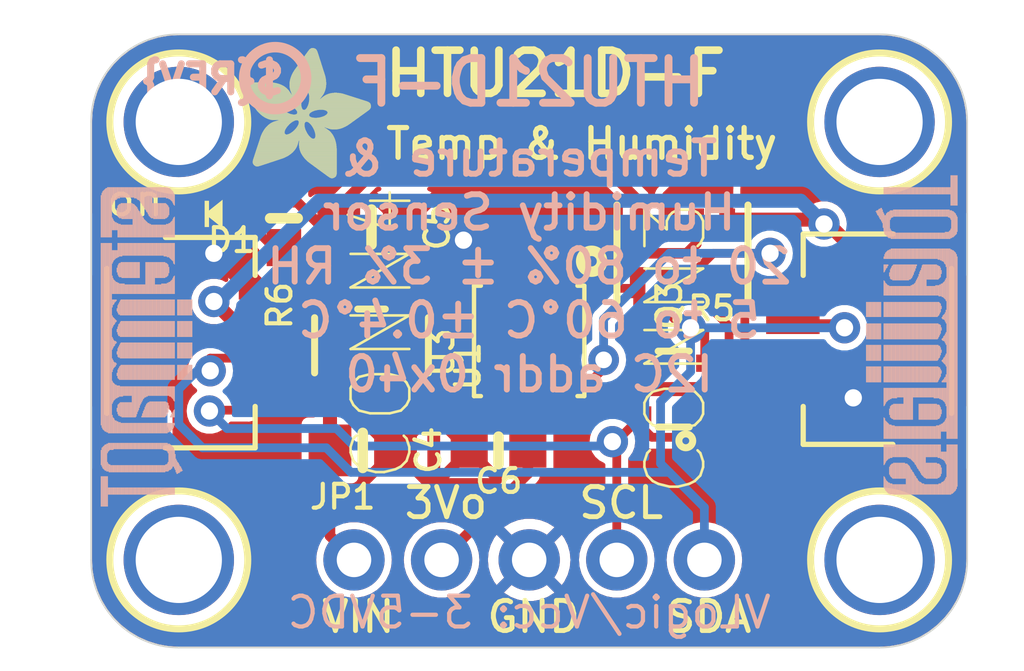
<source format=kicad_pcb>
(kicad_pcb (version 20221018) (generator pcbnew)
  (layers (0 "F.Cu" signal) (31 "B.Cu" signal) (34 "B.Paste" user) (35 "F.Paste" user) (36 "B.SilkS" user "B.Silkscreen") (37 "F.SilkS" user "F.Silkscreen") (38 "B.Mask" user) (39 "F.Mask" user) (44 "Edge.Cuts" user))
  (net 0 "")
  (net 1 "SDA")
  (net 2 "SCL")
  (net 3 "GND")
  (net 4 "SCL_3V")
  (net 5 "SDA_3V")
  (net 6 "3.3V")
  (net 7 "VCC")
  (net 8 "N$1")
  (footprint "working:JST_SH4" (layer "F.Cu") (at 158.6611 105.0036 90)
    (fp_text reference "CONN3" (at -4.6 -5.9 90) (layer "F.SilkS") (effects (font (size 1.703222 1.703222) (thickness 0.074778)) (justify left)))
    (fp_text value "STEMMA_I2C_QT" hide)
    (pad "1" smd rect (at -1.5 -2.514 180) (size 1.55 0.6) (layers "F.Cu" "F.Paste" "F.Mask") (net 3 "GND"))
    (pad "2" smd rect (at -0.5 -2.514 180) (size 1.55 0.6) (layers "F.Cu" "F.Paste" "F.Mask") (net 7 "VCC"))
    (pad "3" smd rect (at 0.5 -2.514 180) (size 1.55 0.6) (layers "F.Cu" "F.Paste" "F.Mask") (net 1 "SDA"))
    (pad "4" smd rect (at 1.5 -2.514 180) (size 1.55 0.6) (layers "F.Cu" "F.Paste" "F.Mask") (net 2 "SCL"))
    (pad "MT1" smd rect (at -2.8 1.386 180) (size 1.8 1.2) (layers "F.Cu" "F.Paste" "F.Mask") (net 3 "GND"))
    (pad "MT2" smd rect (at 2.8 1.386 180) (size 1.8 1.2) (layers "F.Cu" "F.Paste" "F.Mask") (net 3 "GND"))
  )
  (footprint "working:0805-NO" (layer "F.Cu") (at 143.9291 101.7016)
    (fp_text reference "C5" (at 1.905 -0.762 90) (layer "F.SilkS") (effects (font (size 0.692831 0.692831) (thickness 0.119969)) (justify right)))
    (fp_text value "10uF")
    (pad "1" smd rect (at -0.95 0) (size 1.24 1.5) (layers "F.Cu" "F.Paste" "F.Mask") (net 6 "3.3V"))
    (pad "2" smd rect (at 0.95 0) (size 1.24 1.5) (layers "F.Cu" "F.Paste" "F.Mask") (net 3 "GND"))
  )
  (footprint "working:1X05_ROUND_70" (layer "F.Cu") (at 148.5011 111.3536)
    (fp_text reference "JP1" (at -6.4262 -1.8288) (layer "F.SilkS") (effects (font (size 0.692831 0.692831) (thickness 0.119969)) (justify left)))
    (fp_text value "")
    (pad "1" thru_hole circle (at -5.08 0 90) (size 1.778 1.778) (drill 1) (layers "*.Cu" "*.Mask") (net 7 "VCC"))
    (pad "2" thru_hole circle (at -2.54 0 90) (size 1.778 1.778) (drill 1) (layers "*.Cu" "*.Mask") (net 6 "3.3V"))
    (pad "3" thru_hole circle (at 0 0 90) (size 1.778 1.778) (drill 1) (layers "*.Cu" "*.Mask") (net 3 "GND"))
    (pad "4" thru_hole circle (at 2.54 0 90) (size 1.778 1.778) (drill 1) (layers "*.Cu" "*.Mask") (net 2 "SCL"))
    (pad "5" thru_hole circle (at 5.08 0 90) (size 1.778 1.778) (drill 1) (layers "*.Cu" "*.Mask") (net 1 "SDA"))
  )
  (footprint "working:RESPACK_4X0603" (layer "F.Cu") (at 152.9461 102.4636 180)
    (fp_text reference "R5" (at -1.6 -1.6) (layer "F.SilkS") (effects (font (size 0.692831 0.692831) (thickness 0.119969)) (justify right)))
    (fp_text value "10K")
    (pad "1" smd rect (at -1.3 0.85 180) (size 0.45 0.9) (layers "F.Cu" "F.Paste" "F.Mask") (net 7 "VCC"))
    (pad "2" smd rect (at -0.4 0.85 180) (size 0.45 0.9) (layers "F.Cu" "F.Paste" "F.Mask") (net 6 "3.3V"))
    (pad "3" smd rect (at 0.4 0.85 180) (size 0.45 0.9) (layers "F.Cu" "F.Paste" "F.Mask") (net 7 "VCC"))
    (pad "4" smd rect (at 1.3 0.85 180) (size 0.45 0.9) (layers "F.Cu" "F.Paste" "F.Mask") (net 6 "3.3V"))
    (pad "5" smd rect (at 1.3 -0.85 180) (size 0.45 0.9) (layers "F.Cu" "F.Paste" "F.Mask") (net 5 "SDA_3V"))
    (pad "6" smd rect (at 0.4 -0.85 180) (size 0.45 0.9) (layers "F.Cu" "F.Paste" "F.Mask") (net 1 "SDA"))
    (pad "7" smd rect (at -0.4 -0.85 180) (size 0.45 0.9) (layers "F.Cu" "F.Paste" "F.Mask") (net 4 "SCL_3V"))
    (pad "8" smd rect (at -1.3 -0.85 180) (size 0.45 0.9) (layers "F.Cu" "F.Paste" "F.Mask") (net 2 "SCL"))
  )
  (footprint "working:CHIPLED_0603_NOOUTLINE" (layer "F.Cu") (at 139.3571 101.3206 90)
    (fp_text reference "D1" (at -0.762 1.27) (layer "F.SilkS") (effects (font (size 0.692831 0.692831) (thickness 0.119969)) (justify right)))
    (fp_text value "GREEN")
    (pad "A" smd rect (at 0 0.75 90) (size 0.8 0.8) (layers "F.Cu" "F.Paste" "F.Mask") (net 8 "N$1"))
    (pad "C" smd rect (at 0 -0.75 90) (size 0.8 0.8) (layers "F.Cu" "F.Paste" "F.Mask") (net 3 "GND"))
  )
  (footprint "working:JST_SH4" (layer "F.Cu") (at 138.3411 105.0036 -90)
    (fp_text reference "CONN4" (at -4.6 -5.9 90) (layer "F.SilkS") (effects (font (size 1.703222 1.703222) (thickness 0.074778)) (justify right)))
    (fp_text value "STEMMA_I2C_QT" hide)
    (pad "1" smd rect (at -1.5 -2.514) (size 1.55 0.6) (layers "F.Cu" "F.Paste" "F.Mask") (net 3 "GND"))
    (pad "2" smd rect (at -0.5 -2.514) (size 1.55 0.6) (layers "F.Cu" "F.Paste" "F.Mask") (net 7 "VCC"))
    (pad "3" smd rect (at 0.5 -2.514) (size 1.55 0.6) (layers "F.Cu" "F.Paste" "F.Mask") (net 1 "SDA"))
    (pad "4" smd rect (at 1.5 -2.514) (size 1.55 0.6) (layers "F.Cu" "F.Paste" "F.Mask") (net 2 "SCL"))
    (pad "MT1" smd rect (at -2.8 1.386) (size 1.8 1.2) (layers "F.Cu" "F.Paste" "F.Mask") (net 3 "GND"))
    (pad "MT2" smd rect (at 2.8 1.386) (size 1.8 1.2) (layers "F.Cu" "F.Paste" "F.Mask") (net 3 "GND"))
  )
  (footprint "working:FIDUCIAL_1MM" (layer "F.Cu") (at 140.8811 109.3216)
    (fp_text reference "FID3" hide)
    (fp_text value "FIDUCIAL_1MM" hide)
    (pad "1" smd roundrect (at 0 0) (size 1 1) (layers "F.Cu" "F.Mask") (roundrect_rratio 0.5))
  )
  (footprint "working:0603-NO" (layer "F.Cu") (at 141.3891 101.4476 -90)
    (fp_text reference "R6" (at 1.778 0.127 90) (layer "F.SilkS") (effects (font (size 0.692831 0.692831) (thickness 0.119969)) (justify right)))
    (fp_text value "10K")
    (pad "1" smd rect (at -0.85 0 270) (size 1.075 1) (layers "F.Cu" "F.Paste" "F.Mask") (net 6 "3.3V"))
    (pad "2" smd rect (at 0.85 0 270) (size 1.075 1) (layers "F.Cu" "F.Paste" "F.Mask") (net 8 "N$1"))
  )
  (footprint "working:MOUNTINGHOLE_2.5_PLATED" (layer "F.Cu") (at 158.6611 111.3536)
    (fp_text reference "U$25" hide)
    (fp_text value "MOUNTINGHOLE2.5" hide)
    (pad "P$1" thru_hole circle (at 0 0) (size 3.2 3.2) (drill 2.5) (layers "*.Cu" "*.Mask"))
    (zone (net 0) (net_name "") (layer "F.Cu") (connect_pads (clearance 0)) (min_thickness 0.25)
      (keepout (tracks not_allowed) (vias not_allowed) (pads not_allowed) (copperpour not_allowed) (footprints allowed))
      (fill (thermal_gap 0.5) (thermal_bridge_width 0.5))
      (polygon (pts (xy 160.6771 111.3536) (xy 160.65748 111.073027) (xy 160.599004 110.797915) (xy 160.502808 110.533619) (xy 160.370765 110.285283) (xy 160.205446 110.05774) (xy 160.010067 109.85542) (xy 159.788433 109.68226) (xy 159.544856 109.541631) (xy 159.284078 109.43627) (xy 159.011175 109.368228) (xy 158.731457 109.338828) (xy 158.450371 109.348644) (xy 158.173385 109.397484) (xy 157.905893 109.484397) (xy 157.6531 109.607693) (xy 157.419926 109.76497) (xy 157.210911 109.953169) (xy 157.030122 110.168625) (xy 156.881078 110.407145) (xy 156.76668 110.664087) (xy 156.689154 110.93445) (xy 156.650011 111.212971) (xy 156.650011 111.494229) (xy 156.689154 111.77275) (xy 156.76668 112.043113) (xy 156.881078 112.300055) (xy 157.030122 112.538575) (xy 157.210911 112.754031) (xy 157.419926 112.94223) (xy 157.6531 113.099507) (xy 157.905893 113.222803) (xy 158.173385 113.309716) (xy 158.450371 113.358556) (xy 158.731457 113.368372) (xy 159.011175 113.338972) (xy 159.284078 113.27093) (xy 159.544856 113.165569) (xy 159.788433 113.02494) (xy 160.010067 112.85178) (xy 160.205446 112.64946) (xy 160.370765 112.421917) (xy 160.502808 112.173581) (xy 160.599004 111.909285) (xy 160.65748 111.634173)))
      (polygon (pts (xy 158.6451 111.3536) (xy 158.649786 111.364914) (xy 158.6611 111.3696) (xy 158.672414 111.364914) (xy 158.6771 111.3536) (xy 158.672414 111.342286) (xy 158.6611 111.3376) (xy 158.649786 111.342286)))
    )
    (zone (net 0) (net_name "") (layer "B.Cu") (connect_pads (clearance 0)) (min_thickness 0.25)
      (keepout (tracks not_allowed) (vias not_allowed) (pads not_allowed) (copperpour not_allowed) (footprints allowed))
      (fill (thermal_gap 0.5) (thermal_bridge_width 0.5))
      (polygon (pts (xy 160.6771 111.3536) (xy 160.65748 111.073027) (xy 160.599004 110.797915) (xy 160.502808 110.533619) (xy 160.370765 110.285283) (xy 160.205446 110.05774) (xy 160.010067 109.85542) (xy 159.788433 109.68226) (xy 159.544856 109.541631) (xy 159.284078 109.43627) (xy 159.011175 109.368228) (xy 158.731457 109.338828) (xy 158.450371 109.348644) (xy 158.173385 109.397484) (xy 157.905893 109.484397) (xy 157.6531 109.607693) (xy 157.419926 109.76497) (xy 157.210911 109.953169) (xy 157.030122 110.168625) (xy 156.881078 110.407145) (xy 156.76668 110.664087) (xy 156.689154 110.93445) (xy 156.650011 111.212971) (xy 156.650011 111.494229) (xy 156.689154 111.77275) (xy 156.76668 112.043113) (xy 156.881078 112.300055) (xy 157.030122 112.538575) (xy 157.210911 112.754031) (xy 157.419926 112.94223) (xy 157.6531 113.099507) (xy 157.905893 113.222803) (xy 158.173385 113.309716) (xy 158.450371 113.358556) (xy 158.731457 113.368372) (xy 159.011175 113.338972) (xy 159.284078 113.27093) (xy 159.544856 113.165569) (xy 159.788433 113.02494) (xy 160.010067 112.85178) (xy 160.205446 112.64946) (xy 160.370765 112.421917) (xy 160.502808 112.173581) (xy 160.599004 111.909285) (xy 160.65748 111.634173)))
      (polygon (pts (xy 158.6451 111.3536) (xy 158.649786 111.364914) (xy 158.6611 111.3696) (xy 158.672414 111.364914) (xy 158.6771 111.3536) (xy 158.672414 111.342286) (xy 158.6611 111.3376) (xy 158.649786 111.342286)))
    )
  )
  (footprint "working:ADAFRUIT_3.5MM" (layer "F.Cu") (at 140.1191 100.3046)
    (fp_text reference "U$28" hide)
    (fp_text value "" hide)
  )
  (footprint "working:MOUNTINGHOLE_2.5_PLATED" (layer "F.Cu") (at 138.3411 111.3536)
    (fp_text reference "U$22" hide)
    (fp_text value "MOUNTINGHOLE2.5" hide)
    (pad "P$1" thru_hole circle (at 0 0) (size 3.2 3.2) (drill 2.5) (layers "*.Cu" "*.Mask"))
    (zone (net 0) (net_name "") (layer "F.Cu") (connect_pads (clearance 0)) (min_thickness 0.25)
      (keepout (tracks not_allowed) (vias not_allowed) (pads not_allowed) (copperpour not_allowed) (footprints allowed))
      (fill (thermal_gap 0.5) (thermal_bridge_width 0.5))
      (polygon (pts (xy 140.3571 111.3536) (xy 140.33748 111.073027) (xy 140.279004 110.797915) (xy 140.182808 110.533619) (xy 140.050765 110.285283) (xy 139.885446 110.05774) (xy 139.690067 109.85542) (xy 139.468433 109.68226) (xy 139.224856 109.541631) (xy 138.964078 109.43627) (xy 138.691175 109.368228) (xy 138.411457 109.338828) (xy 138.130371 109.348644) (xy 137.853385 109.397484) (xy 137.585893 109.484397) (xy 137.3331 109.607693) (xy 137.099926 109.76497) (xy 136.890911 109.953169) (xy 136.710122 110.168625) (xy 136.561078 110.407145) (xy 136.44668 110.664087) (xy 136.369154 110.93445) (xy 136.330011 111.212971) (xy 136.330011 111.494229) (xy 136.369154 111.77275) (xy 136.44668 112.043113) (xy 136.561078 112.300055) (xy 136.710122 112.538575) (xy 136.890911 112.754031) (xy 137.099926 112.94223) (xy 137.3331 113.099507) (xy 137.585893 113.222803) (xy 137.853385 113.309716) (xy 138.130371 113.358556) (xy 138.411457 113.368372) (xy 138.691175 113.338972) (xy 138.964078 113.27093) (xy 139.224856 113.165569) (xy 139.468433 113.02494) (xy 139.690067 112.85178) (xy 139.885446 112.64946) (xy 140.050765 112.421917) (xy 140.182808 112.173581) (xy 140.279004 111.909285) (xy 140.33748 111.634173)))
      (polygon (pts (xy 138.3251 111.3536) (xy 138.329786 111.364914) (xy 138.3411 111.3696) (xy 138.352414 111.364914) (xy 138.3571 111.3536) (xy 138.352414 111.342286) (xy 138.3411 111.3376) (xy 138.329786 111.342286)))
    )
    (zone (net 0) (net_name "") (layer "B.Cu") (connect_pads (clearance 0)) (min_thickness 0.25)
      (keepout (tracks not_allowed) (vias not_allowed) (pads not_allowed) (copperpour not_allowed) (footprints allowed))
      (fill (thermal_gap 0.5) (thermal_bridge_width 0.5))
      (polygon (pts (xy 140.3571 111.3536) (xy 140.33748 111.073027) (xy 140.279004 110.797915) (xy 140.182808 110.533619) (xy 140.050765 110.285283) (xy 139.885446 110.05774) (xy 139.690067 109.85542) (xy 139.468433 109.68226) (xy 139.224856 109.541631) (xy 138.964078 109.43627) (xy 138.691175 109.368228) (xy 138.411457 109.338828) (xy 138.130371 109.348644) (xy 137.853385 109.397484) (xy 137.585893 109.484397) (xy 137.3331 109.607693) (xy 137.099926 109.76497) (xy 136.890911 109.953169) (xy 136.710122 110.168625) (xy 136.561078 110.407145) (xy 136.44668 110.664087) (xy 136.369154 110.93445) (xy 136.330011 111.212971) (xy 136.330011 111.494229) (xy 136.369154 111.77275) (xy 136.44668 112.043113) (xy 136.561078 112.300055) (xy 136.710122 112.538575) (xy 136.890911 112.754031) (xy 137.099926 112.94223) (xy 137.3331 113.099507) (xy 137.585893 113.222803) (xy 137.853385 113.309716) (xy 138.130371 113.358556) (xy 138.411457 113.368372) (xy 138.691175 113.338972) (xy 138.964078 113.27093) (xy 139.224856 113.165569) (xy 139.468433 113.02494) (xy 139.690067 112.85178) (xy 139.885446 112.64946) (xy 140.050765 112.421917) (xy 140.182808 112.173581) (xy 140.279004 111.909285) (xy 140.33748 111.634173)))
      (polygon (pts (xy 138.3251 111.3536) (xy 138.329786 111.364914) (xy 138.3411 111.3696) (xy 138.352414 111.364914) (xy 138.3571 111.3536) (xy 138.352414 111.342286) (xy 138.3411 111.3376) (xy 138.329786 111.342286)))
    )
  )
  (footprint "working:SOT363" (layer "F.Cu") (at 152.6921 106.4006 90)
    (fp_text reference "Q3" (at 1.651 -0.127 90) (layer "F.SilkS") (effects (font (size 0.692831 0.692831) (thickness 0.119969)) (justify left)))
    (fp_text value "BSS138")
    (pad "1" smd rect (at -0.75 0.9 90) (size 0.5 0.5) (layers "F.Cu" "F.Paste" "F.Mask") (net 4 "SCL_3V"))
    (pad "2" smd rect (at 0 0.9 90) (size 0.4 0.5) (layers "F.Cu" "F.Paste" "F.Mask") (net 6 "3.3V"))
    (pad "3" smd rect (at 0.75 0.9 90) (size 0.5 0.5) (layers "F.Cu" "F.Paste" "F.Mask") (net 1 "SDA"))
    (pad "4" smd rect (at 0.75 -0.9 90) (size 0.5 0.5) (layers "F.Cu" "F.Paste" "F.Mask") (net 5 "SDA_3V"))
    (pad "5" smd rect (at 0 -0.9 90) (size 0.4 0.5) (layers "F.Cu" "F.Paste" "F.Mask") (net 6 "3.3V"))
    (pad "6" smd rect (at -0.75 -0.9 90) (size 0.5 0.5) (layers "F.Cu" "F.Paste" "F.Mask") (net 2 "SCL"))
  )
  (footprint "working:0805-NO" (layer "F.Cu") (at 143.6751 108.1786)
    (fp_text reference "C4" (at 1.905 -0.762 90) (layer "F.SilkS") (effects (font (size 0.692831 0.692831) (thickness 0.119969)) (justify right)))
    (fp_text value "10uF")
    (pad "1" smd rect (at -0.95 0) (size 1.24 1.5) (layers "F.Cu" "F.Paste" "F.Mask") (net 7 "VCC"))
    (pad "2" smd rect (at 0.95 0) (size 1.24 1.5) (layers "F.Cu" "F.Paste" "F.Mask") (net 3 "GND"))
  )
  (footprint "working:MOUNTINGHOLE_2.5_PLATED" (layer "F.Cu") (at 138.3411 98.6536)
    (fp_text reference "U$19" hide)
    (fp_text value "MOUNTINGHOLE2.5" hide)
    (pad "P$1" thru_hole circle (at 0 0) (size 3.2 3.2) (drill 2.5) (layers "*.Cu" "*.Mask"))
    (zone (net 0) (net_name "") (layer "F.Cu") (connect_pads (clearance 0)) (min_thickness 0.25)
      (keepout (tracks not_allowed) (vias not_allowed) (pads not_allowed) (copperpour not_allowed) (footprints allowed))
      (fill (thermal_gap 0.5) (thermal_bridge_width 0.5))
      (polygon (pts (xy 140.3571 98.6536) (xy 140.33748 98.373027) (xy 140.279004 98.097915) (xy 140.182808 97.833619) (xy 140.050765 97.585283) (xy 139.885446 97.35774) (xy 139.690067 97.15542) (xy 139.468433 96.98226) (xy 139.224856 96.841631) (xy 138.964078 96.73627) (xy 138.691175 96.668228) (xy 138.411457 96.638828) (xy 138.130371 96.648644) (xy 137.853385 96.697484) (xy 137.585893 96.784397) (xy 137.3331 96.907693) (xy 137.099926 97.06497) (xy 136.890911 97.253169) (xy 136.710122 97.468625) (xy 136.561078 97.707145) (xy 136.44668 97.964087) (xy 136.369154 98.23445) (xy 136.330011 98.512971) (xy 136.330011 98.794229) (xy 136.369154 99.07275) (xy 136.44668 99.343113) (xy 136.561078 99.600055) (xy 136.710122 99.838575) (xy 136.890911 100.054031) (xy 137.099926 100.24223) (xy 137.3331 100.399507) (xy 137.585893 100.522803) (xy 137.853385 100.609716) (xy 138.130371 100.658556) (xy 138.411457 100.668372) (xy 138.691175 100.638972) (xy 138.964078 100.57093) (xy 139.224856 100.465569) (xy 139.468433 100.32494) (xy 139.690067 100.15178) (xy 139.885446 99.94946) (xy 140.050765 99.721917) (xy 140.182808 99.473581) (xy 140.279004 99.209285) (xy 140.33748 98.934173)))
      (polygon (pts (xy 138.3251 98.6536) (xy 138.329786 98.664914) (xy 138.3411 98.6696) (xy 138.352414 98.664914) (xy 138.3571 98.6536) (xy 138.352414 98.642286) (xy 138.3411 98.6376) (xy 138.329786 98.642286)))
    )
    (zone (net 0) (net_name "") (layer "B.Cu") (connect_pads (clearance 0)) (min_thickness 0.25)
      (keepout (tracks not_allowed) (vias not_allowed) (pads not_allowed) (copperpour not_allowed) (footprints allowed))
      (fill (thermal_gap 0.5) (thermal_bridge_width 0.5))
      (polygon (pts (xy 140.3571 98.6536) (xy 140.33748 98.373027) (xy 140.279004 98.097915) (xy 140.182808 97.833619) (xy 140.050765 97.585283) (xy 139.885446 97.35774) (xy 139.690067 97.15542) (xy 139.468433 96.98226) (xy 139.224856 96.841631) (xy 138.964078 96.73627) (xy 138.691175 96.668228) (xy 138.411457 96.638828) (xy 138.130371 96.648644) (xy 137.853385 96.697484) (xy 137.585893 96.784397) (xy 137.3331 96.907693) (xy 137.099926 97.06497) (xy 136.890911 97.253169) (xy 136.710122 97.468625) (xy 136.561078 97.707145) (xy 136.44668 97.964087) (xy 136.369154 98.23445) (xy 136.330011 98.512971) (xy 136.330011 98.794229) (xy 136.369154 99.07275) (xy 136.44668 99.343113) (xy 136.561078 99.600055) (xy 136.710122 99.838575) (xy 136.890911 100.054031) (xy 137.099926 100.24223) (xy 137.3331 100.399507) (xy 137.585893 100.522803) (xy 137.853385 100.609716) (xy 138.130371 100.658556) (xy 138.411457 100.668372) (xy 138.691175 100.638972) (xy 138.964078 100.57093) (xy 139.224856 100.465569) (xy 139.468433 100.32494) (xy 139.690067 100.15178) (xy 139.885446 99.94946) (xy 140.050765 99.721917) (xy 140.182808 99.473581) (xy 140.279004 99.209285) (xy 140.33748 98.934173)))
      (polygon (pts (xy 138.3251 98.6536) (xy 138.329786 98.664914) (xy 138.3411 98.6696) (xy 138.352414 98.664914) (xy 138.3571 98.6536) (xy 138.352414 98.642286) (xy 138.3411 98.6376) (xy 138.329786 98.642286)))
    )
  )
  (footprint "working:HTU21DF" (layer "F.Cu") (at 148.5011 105.0036 90)
    (fp_text reference "U1" (at -1.506 -1.778 90) (layer "F.SilkS") (effects (font (size 0.692831 0.692831) (thickness 0.119969)) (justify left)))
    (fp_text value "HTU21D-F")
    (pad "1" smd rect (at -1.5 -1 180) (size 0.4 0.8) (layers "F.Cu" "F.Paste" "F.Mask"))
    (pad "2" smd rect (at -1.5 0 180) (size 0.4 0.8) (layers "F.Cu" "F.Paste" "F.Mask") (net 6 "3.3V"))
    (pad "3" smd rect (at -1.5 1 180) (size 0.4 0.8) (layers "F.Cu" "F.Paste" "F.Mask") (net 4 "SCL_3V"))
    (pad "4" smd rect (at 1.5 1) (size 0.4 0.8) (layers "F.Cu" "F.Paste" "F.Mask") (net 5 "SDA_3V"))
    (pad "5" smd rect (at 1.5 0) (size 0.4 0.8) (layers "F.Cu" "F.Paste" "F.Mask") (net 3 "GND"))
    (pad "6" smd rect (at 1.5 -1) (size 0.4 0.8) (layers "F.Cu" "F.Paste" "F.Mask"))
    (pad "PAD" smd rect (at 0 0 90) (size 1.6 2.5) (layers "F.Cu" "F.Paste" "F.Mask"))
  )
  (footprint "working:FIDUCIAL_1MM" (layer "F.Cu") (at 155.3591 97.3836)
    (fp_text reference "FID4" hide)
    (fp_text value "FIDUCIAL_1MM" hide)
    (pad "1" smd roundrect (at 0 0) (size 1 1) (layers "F.Cu" "F.Mask") (roundrect_rratio 0.5))
  )
  (footprint "working:MOUNTINGHOLE_2.5_PLATED" (layer "F.Cu") (at 158.6611 98.6536)
    (fp_text reference "U$20" hide)
    (fp_text value "MOUNTINGHOLE2.5" hide)
    (pad "P$1" thru_hole circle (at 0 0) (size 3.2 3.2) (drill 2.5) (layers "*.Cu" "*.Mask"))
    (zone (net 0) (net_name "") (layer "F.Cu") (connect_pads (clearance 0)) (min_thickness 0.25)
      (keepout (tracks not_allowed) (vias not_allowed) (pads not_allowed) (copperpour not_allowed) (footprints allowed))
      (fill (thermal_gap 0.5) (thermal_bridge_width 0.5))
      (polygon (pts (xy 160.6771 98.6536) (xy 160.65748 98.373027) (xy 160.599004 98.097915) (xy 160.502808 97.833619) (xy 160.370765 97.585283) (xy 160.205446 97.35774) (xy 160.010067 97.15542) (xy 159.788433 96.98226) (xy 159.544856 96.841631) (xy 159.284078 96.73627) (xy 159.011175 96.668228) (xy 158.731457 96.638828) (xy 158.450371 96.648644) (xy 158.173385 96.697484) (xy 157.905893 96.784397) (xy 157.6531 96.907693) (xy 157.419926 97.06497) (xy 157.210911 97.253169) (xy 157.030122 97.468625) (xy 156.881078 97.707145) (xy 156.76668 97.964087) (xy 156.689154 98.23445) (xy 156.650011 98.512971) (xy 156.650011 98.794229) (xy 156.689154 99.07275) (xy 156.76668 99.343113) (xy 156.881078 99.600055) (xy 157.030122 99.838575) (xy 157.210911 100.054031) (xy 157.419926 100.24223) (xy 157.6531 100.399507) (xy 157.905893 100.522803) (xy 158.173385 100.609716) (xy 158.450371 100.658556) (xy 158.731457 100.668372) (xy 159.011175 100.638972) (xy 159.284078 100.57093) (xy 159.544856 100.465569) (xy 159.788433 100.32494) (xy 160.010067 100.15178) (xy 160.205446 99.94946) (xy 160.370765 99.721917) (xy 160.502808 99.473581) (xy 160.599004 99.209285) (xy 160.65748 98.934173)))
      (polygon (pts (xy 158.6451 98.6536) (xy 158.649786 98.664914) (xy 158.6611 98.6696) (xy 158.672414 98.664914) (xy 158.6771 98.6536) (xy 158.672414 98.642286) (xy 158.6611 98.6376) (xy 158.649786 98.642286)))
    )
    (zone (net 0) (net_name "") (layer "B.Cu") (connect_pads (clearance 0)) (min_thickness 0.25)
      (keepout (tracks not_allowed) (vias not_allowed) (pads not_allowed) (copperpour not_allowed) (footprints allowed))
      (fill (thermal_gap 0.5) (thermal_bridge_width 0.5))
      (polygon (pts (xy 160.6771 98.6536) (xy 160.65748 98.373027) (xy 160.599004 98.097915) (xy 160.502808 97.833619) (xy 160.370765 97.585283) (xy 160.205446 97.35774) (xy 160.010067 97.15542) (xy 159.788433 96.98226) (xy 159.544856 96.841631) (xy 159.284078 96.73627) (xy 159.011175 96.668228) (xy 158.731457 96.638828) (xy 158.450371 96.648644) (xy 158.173385 96.697484) (xy 157.905893 96.784397) (xy 157.6531 96.907693) (xy 157.419926 97.06497) (xy 157.210911 97.253169) (xy 157.030122 97.468625) (xy 156.881078 97.707145) (xy 156.76668 97.964087) (xy 156.689154 98.23445) (xy 156.650011 98.512971) (xy 156.650011 98.794229) (xy 156.689154 99.07275) (xy 156.76668 99.343113) (xy 156.881078 99.600055) (xy 157.030122 99.838575) (xy 157.210911 100.054031) (xy 157.419926 100.24223) (xy 157.6531 100.399507) (xy 157.905893 100.522803) (xy 158.173385 100.609716) (xy 158.450371 100.658556) (xy 158.731457 100.668372) (xy 159.011175 100.638972) (xy 159.284078 100.57093) (xy 159.544856 100.465569) (xy 159.788433 100.32494) (xy 160.010067 100.15178) (xy 160.205446 99.94946) (xy 160.370765 99.721917) (xy 160.502808 99.473581) (xy 160.599004 99.209285) (xy 160.65748 98.934173)))
      (polygon (pts (xy 158.6451 98.6536) (xy 158.649786 98.664914) (xy 158.6611 98.6696) (xy 158.672414 98.664914) (xy 158.6771 98.6536) (xy 158.672414 98.642286) (xy 158.6611 98.6376) (xy 158.649786 98.642286)))
    )
  )
  (footprint "working:0603-NO" (layer "F.Cu") (at 147.6121 108.1786 180)
    (fp_text reference "C6" (at -0.762 -0.889) (layer "F.SilkS") (effects (font (size 0.692831 0.692831) (thickness 0.119969)) (justify right)))
    (fp_text value "0.1uF")
    (pad "1" smd rect (at -0.85 0 180) (size 1.075 1) (layers "F.Cu" "F.Paste" "F.Mask") (net 6 "3.3V"))
    (pad "2" smd rect (at 0.85 0 180) (size 1.075 1) (layers "F.Cu" "F.Paste" "F.Mask") (net 3 "GND"))
  )
  (footprint "working:SOT23-5" (layer "F.Cu") (at 143.9291 105.1306)
    (fp_text reference "U3" (at 2.032 -0.562 90) (layer "F.SilkS") (effects (font (size 0.692831 0.692831) (thickness 0.119969)) (justify right)))
    (fp_text value "AP2112K-3.3")
    (pad "1" smd rect (at -0.95 1.3001) (size 0.55 1.2) (layers "F.Cu" "F.Paste" "F.Mask") (net 7 "VCC"))
    (pad "2" smd rect (at 0 1.3001) (size 0.55 1.2) (layers "F.Cu" "F.Paste" "F.Mask") (net 3 "GND"))
    (pad "3" smd rect (at 0.95 1.3001) (size 0.55 1.2) (layers "F.Cu" "F.Paste" "F.Mask") (net 7 "VCC"))
    (pad "4" smd rect (at 0.95 -1.3001) (size 0.55 1.2) (layers "F.Cu" "F.Paste" "F.Mask"))
    (pad "5" smd rect (at -0.95 -1.3001) (size 0.55 1.2) (layers "F.Cu" "F.Paste" "F.Mask") (net 6 "3.3V"))
  )
  (footprint "working:STEMMAQT" (layer "B.Cu") (at 158.2801 109.4486 90)
    (fp_text reference "U$30" hide)
    (fp_text value "" hide)
  )
  (footprint "working:STEMMAQT" (layer "B.Cu") (at 138.7221 100.5586 -90)
    (fp_text reference "U$31" hide)
    (fp_text value "" hide)
  )
  (footprint "working:PCBFEAT-REV-040" (layer "B.Cu") (at 141.1351 97.3836 180)
    (fp_text reference "U$29" hide)
    (fp_text value "" hide)
    (fp_text user "${REV}" (at -0.3556 -0.508) (layer "B.SilkS") (effects (font (size 0.8128 0.8128) (thickness 0.2032)) (justify left bottom mirror)))
  )
  (gr_line (start 158.6611 96.1136) (end 138.3411 96.1136) (stroke (width 0.05)) (layer "Edge.Cuts"))
  (gr_line (start 135.8011 98.6536) (end 135.8011 111.3536) (stroke (width 0.05)) (layer "Edge.Cuts"))
  (gr_arc (start 161.2011 111.3536) (mid 160.457151 113.149651) (end 158.6611 113.8936) (stroke (width 0.05)) (layer "Edge.Cuts"))
  (gr_line (start 161.2011 111.3536) (end 161.2011 98.6536) (stroke (width 0.05)) (layer "Edge.Cuts"))
  (gr_arc (start 138.3411 113.8936) (mid 136.545049 113.149651) (end 135.8011 111.3536) (stroke (width 0.05)) (layer "Edge.Cuts"))
  (gr_arc (start 135.8011 98.6536) (mid 136.545049 96.857549) (end 138.3411 96.1136) (stroke (width 0.05)) (layer "Edge.Cuts"))
  (gr_line (start 138.3411 113.8936) (end 158.6611 113.8936) (stroke (width 0.05)) (layer "Edge.Cuts"))
  (gr_arc (start 158.6611 96.1136) (mid 160.457151 96.857549) (end 161.2011 98.6536) (stroke (width 0.05)) (layer "Edge.Cuts"))
  (gr_text "Temperature &\nHumidity Sensor\n20 to 80% ± 3% RH\n5 to 60°C ±0.4°C\nI2C addr 0x40" (at 148.5011 102.8446) (layer "B.SilkS") (effects (font (size 0.97155 0.97155) (thickness 0.17145)) (justify mirror)))
  (gr_text "VLogic/Vcc: 3-5VDC" (at 148.5011 112.8776) (layer "B.SilkS") (effects (font (size 0.89408 0.89408) (thickness 0.12192)) (justify mirror)))
  (gr_text "HTU21D-F" (at 148.5011 97.5106) (layer "B.SilkS") (effects (font (size 1.2954 1.2954) (thickness 0.2286)) (justify mirror)))
  (gr_text "3Vo" (at 146.0881 109.7026) (layer "F.SilkS") (effects (font (size 0.87376 0.87376) (thickness 0.14224))))
  (gr_text "HTU21D-F" (at 149.2631 97.2566) (layer "F.SilkS") (effects (font (size 1.25222 1.25222) (thickness 0.22098))))
  (gr_text "on" (at 136.1821 101.4476) (layer "F.SilkS") (effects (font (size 0.89408 0.89408) (thickness 0.12192)) (justify left bottom)))
  (gr_text "VIN" (at 143.5481 113.0046) (layer "F.SilkS") (effects (font (size 0.87376 0.87376) (thickness 0.14224))))
  (gr_text "GND" (at 148.6281 113.0046) (layer "F.SilkS") (effects (font (size 0.87376 0.87376) (thickness 0.14224))))
  (gr_text "SDA" (at 153.7081 113.0046) (layer "F.SilkS") (effects (font (size 0.87376 0.87376) (thickness 0.14224))))
  (gr_text "SCL" (at 151.1681 109.7026) (layer "F.SilkS") (effects (font (size 0.87376 0.87376) (thickness 0.14224))))
  (gr_text "Temp & Humidity" (at 150.0251 99.2886) (layer "F.SilkS") (effects (font (size 0.8636 0.8636) (thickness 0.1524))))
  (segment (start 157.5261 104.5036) (end 157.6451 104.6226) (width 0.254) (layer "F.Cu") (net 1))
  (segment (start 152.9661 104.6226) (end 153.1811 104.6226) (width 0.254) (layer "F.Cu") (net 1))
  (segment (start 156.1471 104.5036) (end 157.5261 104.5036) (width 0.254) (layer "F.Cu") (net 1))
  (segment (start 153.5921 104.7616) (end 153.1811 104.7616) (width 0.254) (layer "F.Cu") (net 1))
  (segment (start 153.5921 104.7616) (end 153.5921 105.6506) (width 0.254) (layer "F.Cu") (net 1))
  (segment (start 139.252706 105.5036) (end 139.252706 105.869994) (width 0.254) (layer "F.Cu") (net 1))
  (segment (start 153.1811 104.6226) (end 153.1811 104.7616) (width 0.254) (layer "F.Cu") (net 1))
  (segment (start 140.8551 105.5036) (end 139.252706 105.5036) (width 0.254) (layer "F.Cu") (net 1))
  (segment (start 152.5461 103.3136) (end 152.5461 104.2026) (width 0.254) (layer "F.Cu") (net 1))
  (segment (start 152.9661 104.6226) (end 152.5461 104.2026) (width 0.254) (layer "F.Cu") (net 1))
  (via (at 153.1811 104.6226) (size 0.9064) (drill 0.5) (layers "F.Cu" "B.Cu") (net 1))
  (via (at 157.6451 104.6226) (size 0.9064) (drill 0.5) (layers "F.Cu" "B.Cu") (net 1))
  (via (at 139.252706 105.869994) (size 0.9064) (drill 0.5) (layers "F.Cu" "B.Cu") (net 1))
  (segment (start 152.5651 108.8136) (end 153.5811 109.8296) (width 0.254) (layer "B.Cu") (net 1))
  (segment (start 142.618 108.1024) (end 143.3292 108.8136) (width 0.254) (layer "B.Cu") (net 1))
  (segment (start 138.3411 106.4006) (end 138.3411 107.4166) (width 0.254) (layer "B.Cu") (net 1))
  (segment (start 143.3292 108.8136) (end 152.5651 108.8136) (width 0.254) (layer "B.Cu") (net 1))
  (segment (start 153.5811 109.8296) (end 153.5811 111.3536) (width 0.254) (layer "B.Cu") (net 1))
  (segment (start 152.3111 106.7626) (end 152.3111 108.5596) (width 0.254) (layer "B.Cu") (net 1))
  (segment (start 139.252706 105.869994) (end 139.062206 105.679494) (width 0.254) (layer "B.Cu") (net 1))
  (segment (start 138.3411 107.4166) (end 139.0269 108.1024) (width 0.254) (layer "B.Cu") (net 1))
  (segment (start 139.0269 108.1024) (end 142.618 108.1024) (width 0.254) (layer "B.Cu") (net 1))
  (segment (start 153.1811 105.8926) (end 152.3111 106.7626) (width 0.254) (layer "B.Cu") (net 1))
  (segment (start 152.3111 108.5596) (end 152.5651 108.8136) (width 0.254) (layer "B.Cu") (net 1))
  (segment (start 139.062206 105.679494) (end 138.3411 106.4006) (width 0.254) (layer "B.Cu") (net 1))
  (segment (start 157.6451 104.6226) (end 153.1811 104.6226) (width 0.254) (layer "B.Cu") (net 1))
  (segment (start 153.1811 104.6226) (end 153.1811 105.8926) (width 0.254) (layer "B.Cu") (net 1))
  (segment (start 140.3471 107.0116) (end 139.2541 107.0116) (width 0.254) (layer "F.Cu") (net 2))
  (segment (start 151.7921 107.1506) (end 151.7916 107.1511) (width 0.254) (layer "F.Cu") (net 2))
  (segment (start 139.2541 107.0116) (end 139.2301 107.0356) (width 0.254) (layer "F.Cu") (net 2))
  (segment (start 151.0181 107.9246) (end 150.9141 107.9246) (width 0.254) (layer "F.Cu") (net 2))
  (segment (start 154.2461 103.3136) (end 154.7541 103.8216) (width 0.254) (layer "F.Cu") (net 2))
  (segment (start 151.0411 108.0516) (end 151.0411 111.3536) (width 0.254) (layer "F.Cu") (net 2))
  (segment (start 154.0891 107.7976) (end 152.0571 107.7976) (width 0.254) (layer "F.Cu") (net 2))
  (segment (start 154.7541 103.8216) (end 154.7541 107.1326) (width 0.254) (layer "F.Cu") (net 2))
  (segment (start 151.7921 107.1506) (end 151.0181 107.9246) (width 0.254) (layer "F.Cu") (net 2))
  (segment (start 154.7541 107.1326) (end 154.0891 107.7976) (width 0.254) (layer "F.Cu") (net 2))
  (segment (start 150.9141 107.9246) (end 151.0411 108.0516) (width 0.254) (layer "F.Cu") (net 2))
  (segment (start 156.1471 103.5036) (end 154.4361 103.5036) (width 0.254) (layer "F.Cu") (net 2))
  (segment (start 152.0571 107.7976) (end 151.7916 107.5321) (width 0.254) (layer "F.Cu") (net 2))
  (segment (start 151.7916 107.5321) (end 151.7916 107.1511) (width 0.254) (layer "F.Cu") (net 2))
  (segment (start 140.8551 106.5036) (end 140.3471 107.0116) (width 0.254) (layer "F.Cu") (net 2))
  (segment (start 154.4361 103.5036) (end 154.2461 103.3136) (width 0.254) (layer "F.Cu") (net 2))
  (via (at 139.2301 107.0356) (size 0.9064) (drill 0.5) (layers "F.Cu" "B.Cu") (net 2))
  (via (at 150.9141 107.9246) (size 0.9064) (drill 0.5) (layers "F.Cu" "B.Cu") (net 2))
  (segment (start 142.9131 107.5436) (end 139.7381 107.5436) (width 0.254) (layer "B.Cu") (net 2))
  (segment (start 150.7871 108.0516) (end 143.4211 108.0516) (width 0.254) (layer "B.Cu") (net 2))
  (segment (start 139.2301 107.0356) (end 139.7381 107.5436) (width 0.254) (layer "B.Cu") (net 2))
  (segment (start 150.7871 108.0516) (end 150.9141 107.9246) (width 0.254) (layer "B.Cu") (net 2))
  (segment (start 143.4211 108.0516) (end 142.9131 107.5436) (width 0.254) (layer "B.Cu") (net 2))
  (segment (start 143.9291 106.4307) (end 143.9291 107.4826) (width 0.4064) (layer "F.Cu") (net 3))
  (segment (start 144.6251 108.1786) (end 143.9291 107.4826) (width 0.4064) (layer "F.Cu") (net 3))
  (segment (start 140.8551 103.5036) (end 140.3971 103.5036) (width 0.4064) (layer "F.Cu") (net 3))
  (segment (start 140.3971 103.5036) (end 139.3571 102.4636) (width 0.4064) (layer "F.Cu") (net 3))
  (via (at 146.5961 102.0826) (size 0.9064) (drill 0.5) (layers "F.Cu" "B.Cu") (net 3))
  (via (at 139.3571 102.4636) (size 0.9064) (drill 0.5) (layers "F.Cu" "B.Cu") (net 3))
  (via (at 157.8991 106.6546) (size 0.9064) (drill 0.5) (layers "F.Cu" "B.Cu") (net 3))
  (segment (start 154.2969 106.7816) (end 153.9279 107.1506) (width 0.254) (layer "F.Cu") (net 4))
  (segment (start 153.3461 102.9526) (end 153.8351 102.4636) (width 0.254) (layer "F.Cu") (net 4))
  (segment (start 153.3461 103.3136) (end 153.3461 103.6256) (width 0.254) (layer "F.Cu") (net 4))
  (segment (start 154.2969 104.5764) (end 154.2969 106.7816) (width 0.254) (layer "F.Cu") (net 4))
  (segment (start 153.8351 102.4636) (end 155.4861 102.4636) (width 0.254) (layer "F.Cu") (net 4))
  (segment (start 153.3461 103.3136) (end 153.3461 102.9526) (width 0.254) (layer "F.Cu") (net 4))
  (segment (start 150.6601 105.8026) (end 149.9591 106.5036) (width 0.254) (layer "F.Cu") (net 4))
  (segment (start 153.3461 103.6256) (end 154.2969 104.5764) (width 0.254) (layer "F.Cu") (net 4))
  (segment (start 153.5921 107.1506) (end 153.9279 107.1506) (width 0.254) (layer "F.Cu") (net 4))
  (segment (start 149.9591 106.5036) (end 149.5011 106.5036) (width 0.254) (layer "F.Cu") (net 4))
  (segment (start 150.6601 105.5537) (end 150.6601 105.8026) (width 0.254) (layer "F.Cu") (net 4))
  (via (at 155.4861 102.4636) (size 0.9064) (drill 0.5) (layers "F.Cu" "B.Cu") (net 4))
  (via (at 150.6601 105.5537) (size 0.889) (drill 0.4826) (layers "F.Cu" "B.Cu") (net 4))
  (segment (start 150.6601 104.3686) (end 152.5651 102.4636) (width 0.254) (layer "B.Cu") (net 4))
  (segment (start 152.5651 102.4636) (end 155.4861 102.4636) (width 0.254) (layer "B.Cu") (net 4))
  (segment (start 150.6601 105.5537) (end 150.6601 104.3686) (width 0.254) (layer "B.Cu") (net 4))
  (segment (start 149.5011 103.5036) (end 149.5251 103.4796) (width 0.254) (layer "F.Cu") (net 5))
  (segment (start 149.5251 103.4796) (end 151.6461 103.4796) (width 0.254) (layer "F.Cu") (net 5))
  (segment (start 151.6461 104.4886) (end 151.6461 103.4796) (width 0.254) (layer "F.Cu") (net 5))
  (segment (start 151.6461 103.4796) (end 151.6461 103.3136) (width 0.254) (layer "F.Cu") (net 5))
  (segment (start 151.7921 105.6506) (end 151.7921 104.6346) (width 0.254) (layer "F.Cu") (net 5))
  (segment (start 151.7921 104.6346) (end 151.6461 104.4886) (width 0.254) (layer "F.Cu") (net 5))
  (segment (start 151.6461 100.9096) (end 150.9141 100.1776) (width 0.3048) (layer "F.Cu") (net 6))
  (segment (start 148.5011 108.1396) (end 148.5011 107.2896) (width 0.3048) (layer "F.Cu") (net 6))
  (segment (start 142.7861 101.3206) (end 142.7861 101.7016) (width 0.3048) (layer "F.Cu") (net 6))
  (segment (start 145.9611 104.8766) (end 146.7231 105.6386) (width 0.3048) (layer "F.Cu") (net 6))
  (segment (start 151.6461 101.6136) (end 151.6461 100.9096) (width 0.3048) (layer "F.Cu") (net 6))
  (segment (start 151.6461 102.1796) (end 151.6461 101.6136) (width 0.3048) (layer "F.Cu") (net 6))
  (segment (start 148.4621 108.8526) (end 148.4621 108.1786) (width 0.3048) (layer "F.Cu") (net 6))
  (segment (start 147.1041 107.2896) (end 148.5011 107.2896) (width 0.3048) (layer "F.Cu") (net 6))
  (segment (start 146.7231 105.6386) (end 146.7231 106.9086) (width 0.3048) (layer "F.Cu") (net 6))
  (segment (start 141.3891 100.5976) (end 142.4931 101.7016) (width 0.3048) (layer "F.Cu") (net 6))
  (segment (start 148.5011 108.1396) (end 148.4621 108.1786) (width 0.3048) (layer "F.Cu") (net 6))
  (segment (start 153.3461 102.1906) (end 153.0731 102.4636) (width 0.3048) (layer "F.Cu") (net 6))
  (segment (start 143.5481 104.8766) (end 145.9611 104.8766) (width 0.3048) (layer "F.Cu") (net 6))
  (segment (start 142.7861 101.7016) (end 142.9791 101.7016) (width 0.3048) (layer "F.Cu") (net 6))
  (segment (start 148.5011 107.2896) (end 150.2791 107.2896) (width 0.3048) (layer "F.Cu") (net 6))
  (segment (start 150.9141 100.1776) (end 143.9291 100.1776) (width 0.3048) (layer "F.Cu") (net 6))
  (segment (start 142.9791 103.8305) (end 142.9791 104.3076) (width 0.3048) (layer "F.Cu") (net 6))
  (segment (start 148.5011 106.5036) (end 148.5011 107.2896) (width 0.254) (layer "F.Cu") (net 6))
  (segment (start 142.9791 101.7016) (end 142.9791 103.8305) (width 0.3048) (layer "F.Cu") (net 6))
  (segment (start 151.1681 106.4006) (end 151.7921 106.4006) (width 0.3048) (layer "F.Cu") (net 6))
  (segment (start 143.9291 100.1776) (end 142.7861 101.3206) (width 0.3048) (layer "F.Cu") (net 6))
  (segment (start 150.2791 107.2896) (end 151.1681 106.4006) (width 0.3048) (layer "F.Cu") (net 6))
  (segment (start 146.7231 106.9086) (end 147.1041 107.2896) (width 0.3048) (layer "F.Cu") (net 6))
  (segment (start 142.9791 104.3076) (end 143.5481 104.8766) (width 0.3048) (layer "F.Cu") (net 6))
  (segment (start 153.3461 101.6136) (end 153.3461 102.1906) (width 0.3048) (layer "F.Cu") (net 6))
  (segment (start 145.9611 111.3536) (end 148.4621 108.8526) (width 0.3048) (layer "F.Cu") (net 6))
  (segment (start 142.4931 101.7016) (end 142.7861 101.7016) (width 0.3048) (layer "F.Cu") (net 6))
  (segment (start 151.7921 106.4006) (end 153.5921 106.4006) (width 0.4064) (layer "F.Cu") (net 6))
  (segment (start 153.0731 102.4636) (end 151.9301 102.4636) (width 0.3048) (layer "F.Cu") (net 6))
  (segment (start 151.9301 102.4636) (end 151.6461 102.1796) (width 0.3048) (layer "F.Cu") (net 6))
  (segment (start 157.1761 101.6136) (end 157.0491 101.6136) (width 0.4064) (layer "F.Cu") (net 7))
  (segment (start 154.2161 101.5836) (end 154.2461 101.6136) (width 0.4064) (layer "F.Cu") (net 7))
  (segment (start 140.0001 104.5036) (end 139.3571 103.8606) (width 0.4064) (layer "F.Cu") (net 7))
  (segment (start 158.2881 105.5036) (end 158.9151 104.8766) (width 0.4064) (layer "F.Cu") (net 7))
  (segment (start 154.2161 100.5586) (end 154.2161 101.5836) (width 0.4064) (layer "F.Cu") (net 7))
  (segment (start 142.7251 106.6847) (end 142.7251 108.1786) (width 0.4064) (layer "F.Cu") (net 7))
  (segment (start 152.8191 100.5586) (end 154.2161 100.5586) (width 0.4064) (layer "F.Cu") (net 7))
  (segment (start 144.8791 105.6996) (end 144.6251 105.4456) (width 0.3048) (layer "F.Cu") (net 7))
  (segment (start 154.2461 101.6136) (end 154.3731 101.4866) (width 0.4064) (layer "F.Cu") (net 7))
  (segment (start 142.7251 108.1786) (end 142.7251 110.6576) (width 0.3048) (layer "F.Cu") (net 7))
  (segment (start 156.9221 101.4866) (end 154.3731 101.4866) (width 0.4064) (layer "F.Cu") (net 7))
  (segment (start 158.9151 103.3526) (end 157.1761 101.6136) (width 0.4064) (layer "F.Cu") (net 7))
  (segment (start 142.9791 106.4307) (end 142.7251 106.6847) (width 0.4064) (layer "F.Cu") (net 7))
  (segment (start 152.5461 101.6136) (end 152.5461 100.8316) (width 0.4064) (layer "F.Cu") (net 7))
  (segment (start 142.0371 104.5036) (end 142.9791 105.4456) (width 0.4064) (layer "F.Cu") (net 7))
  (segment (start 144.6251 105.4456) (end 142.9791 105.4456) (width 0.3048) (layer "F.Cu") (net 7))
  (segment (start 152.5461 100.8316) (end 152.8191 100.5586) (width 0.4064) (layer "F.Cu") (net 7))
  (segment (start 144.8791 106.4307) (end 144.8791 105.6996) (width 0.3048) (layer "F.Cu") (net 7))
  (segment (start 156.1471 105.5036) (end 158.2881 105.5036) (width 0.4064) (layer "F.Cu") (net 7))
  (segment (start 140.8551 104.5036) (end 140.0001 104.5036) (width 0.4064) (layer "F.Cu") (net 7))
  (segment (start 140.8551 104.5036) (end 142.0371 104.5036) (width 0.4064) (layer "F.Cu") (net 7))
  (segment (start 158.9151 104.8766) (end 158.9151 103.3526) (width 0.4064) (layer "F.Cu") (net 7))
  (segment (start 157.0491 101.6136) (end 156.9221 101.4866) (width 0.4064) (layer "F.Cu") (net 7))
  (segment (start 142.7251 110.6576) (end 143.4211 111.3536) (width 0.3048) (layer "F.Cu") (net 7))
  (segment (start 142.9791 105.4456) (end 142.9791 106.4307) (width 0.4064) (layer "F.Cu") (net 7))
  (via (at 139.3571 103.8606) (size 0.9064) (drill 0.5) (layers "F.Cu" "B.Cu") (net 7))
  (via (at 157.0491 101.6136) (size 0.9064) (drill 0.5) (layers "F.Cu" "B.Cu") (net 7))
  (segment (start 157.0491 101.6136) (end 156.3751 100.9396) (width 0.4064) (layer "B.Cu") (net 7))
  (segment (start 139.4841 103.8606) (end 139.3571 103.8606) (width 0.4064) (layer "B.Cu") (net 7))
  (segment (start 142.4051 100.9396) (end 139.4841 103.8606) (width 0.4064) (layer "B.Cu") (net 7))
  (segment (start 156.3751 100.9396) (end 142.4051 100.9396) (width 0.4064) (layer "B.Cu") (net 7))
  (segment (start 140.1071 101.3206) (end 141.0841 102.2976) (width 0.254) (layer "F.Cu") (net 8))
  (segment (start 141.0841 102.2976) (end 141.3891 102.2976) (width 0.254) (layer "F.Cu") (net 8))
  (zone (net 3) (net_name "GND") (layer "F.Cu") (priority 6) (connect_pads (clearance 0.000001)) (min_thickness 0.127) (fill yes (thermal_gap 0.304) (thermal_bridge_width 0.304))
    (polygon (pts (xy 161.3281 114.0206) (xy 135.6741 114.0206) (xy 135.6741 95.9866) (xy 161.3281 95.9866)))
  )
  (zone (net 3) (net_name "GND") (layer "B.Cu") (priority 6) (connect_pads (clearance 0.000001)) (min_thickness 0.127) (fill yes (thermal_gap 0.304) (thermal_bridge_width 0.304))
    (polygon (pts (xy 161.3281 114.0206) (xy 135.6741 114.0206) (xy 135.6741 95.9866) (xy 161.3281 95.9866)))
  )
)
</source>
